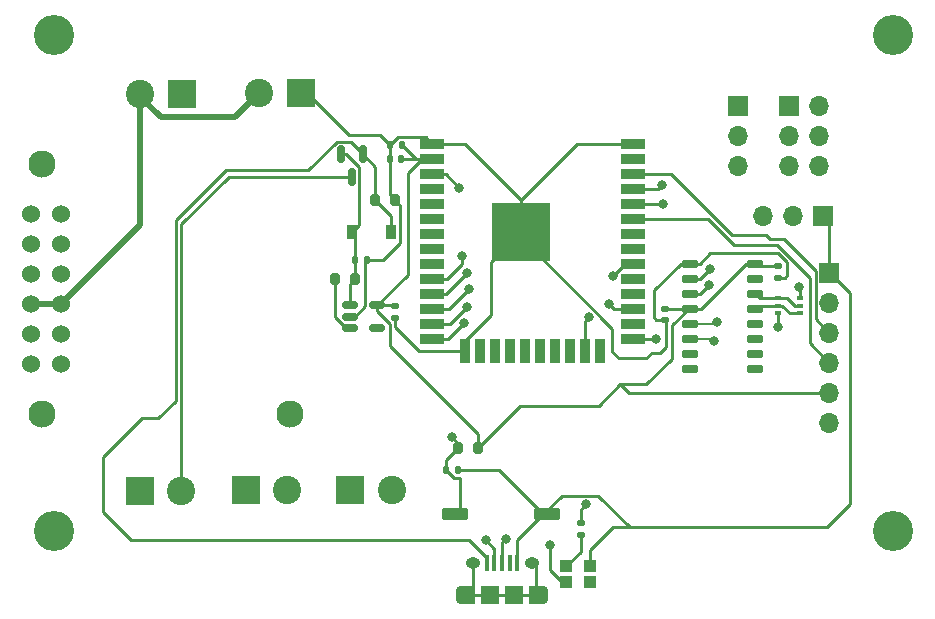
<source format=gbr>
%TF.GenerationSoftware,KiCad,Pcbnew,(6.0.0-0)*%
%TF.CreationDate,2022-09-07T16:36:08-04:00*%
%TF.ProjectId,Dome_Controller,446f6d65-5f43-46f6-9e74-726f6c6c6572,rev?*%
%TF.SameCoordinates,Original*%
%TF.FileFunction,Copper,L1,Top*%
%TF.FilePolarity,Positive*%
%FSLAX46Y46*%
G04 Gerber Fmt 4.6, Leading zero omitted, Abs format (unit mm)*
G04 Created by KiCad (PCBNEW (6.0.0-0)) date 2022-09-07 16:36:08*
%MOMM*%
%LPD*%
G01*
G04 APERTURE LIST*
G04 Aperture macros list*
%AMRoundRect*
0 Rectangle with rounded corners*
0 $1 Rounding radius*
0 $2 $3 $4 $5 $6 $7 $8 $9 X,Y pos of 4 corners*
0 Add a 4 corners polygon primitive as box body*
4,1,4,$2,$3,$4,$5,$6,$7,$8,$9,$2,$3,0*
0 Add four circle primitives for the rounded corners*
1,1,$1+$1,$2,$3*
1,1,$1+$1,$4,$5*
1,1,$1+$1,$6,$7*
1,1,$1+$1,$8,$9*
0 Add four rect primitives between the rounded corners*
20,1,$1+$1,$2,$3,$4,$5,0*
20,1,$1+$1,$4,$5,$6,$7,0*
20,1,$1+$1,$6,$7,$8,$9,0*
20,1,$1+$1,$8,$9,$2,$3,0*%
G04 Aperture macros list end*
%TA.AperFunction,SMDPad,CuDef*%
%ADD10RoundRect,0.135000X-0.185000X0.135000X-0.185000X-0.135000X0.185000X-0.135000X0.185000X0.135000X0*%
%TD*%
%TA.AperFunction,SMDPad,CuDef*%
%ADD11R,1.000000X1.000000*%
%TD*%
%TA.AperFunction,ComponentPad*%
%ADD12R,2.400000X2.400000*%
%TD*%
%TA.AperFunction,ComponentPad*%
%ADD13C,2.400000*%
%TD*%
%TA.AperFunction,SMDPad,CuDef*%
%ADD14RoundRect,0.140000X-0.170000X0.140000X-0.170000X-0.140000X0.170000X-0.140000X0.170000X0.140000X0*%
%TD*%
%TA.AperFunction,SMDPad,CuDef*%
%ADD15RoundRect,0.200000X-0.200000X-0.275000X0.200000X-0.275000X0.200000X0.275000X-0.200000X0.275000X0*%
%TD*%
%TA.AperFunction,SMDPad,CuDef*%
%ADD16R,0.400000X1.350000*%
%TD*%
%TA.AperFunction,SMDPad,CuDef*%
%ADD17R,1.500000X1.550000*%
%TD*%
%TA.AperFunction,ComponentPad*%
%ADD18O,0.890000X1.550000*%
%TD*%
%TA.AperFunction,ComponentPad*%
%ADD19O,1.250000X0.950000*%
%TD*%
%TA.AperFunction,SMDPad,CuDef*%
%ADD20R,1.200000X1.550000*%
%TD*%
%TA.AperFunction,SMDPad,CuDef*%
%ADD21R,2.000000X0.900000*%
%TD*%
%TA.AperFunction,SMDPad,CuDef*%
%ADD22R,0.900000X2.000000*%
%TD*%
%TA.AperFunction,SMDPad,CuDef*%
%ADD23R,5.000000X5.000000*%
%TD*%
%TA.AperFunction,SMDPad,CuDef*%
%ADD24RoundRect,0.140000X0.140000X0.170000X-0.140000X0.170000X-0.140000X-0.170000X0.140000X-0.170000X0*%
%TD*%
%TA.AperFunction,SMDPad,CuDef*%
%ADD25RoundRect,0.100000X1.000000X0.400000X-1.000000X0.400000X-1.000000X-0.400000X1.000000X-0.400000X0*%
%TD*%
%TA.AperFunction,SMDPad,CuDef*%
%ADD26R,0.914400X1.219200*%
%TD*%
%TA.AperFunction,WasherPad*%
%ADD27C,3.400000*%
%TD*%
%TA.AperFunction,ComponentPad*%
%ADD28R,1.700000X1.700000*%
%TD*%
%TA.AperFunction,ComponentPad*%
%ADD29O,1.700000X1.700000*%
%TD*%
%TA.AperFunction,SMDPad,CuDef*%
%ADD30RoundRect,0.150000X-0.150000X0.587500X-0.150000X-0.587500X0.150000X-0.587500X0.150000X0.587500X0*%
%TD*%
%TA.AperFunction,ComponentPad*%
%ADD31C,1.524000*%
%TD*%
%TA.AperFunction,ComponentPad*%
%ADD32C,2.300000*%
%TD*%
%TA.AperFunction,SMDPad,CuDef*%
%ADD33RoundRect,0.140000X-0.140000X-0.170000X0.140000X-0.170000X0.140000X0.170000X-0.140000X0.170000X0*%
%TD*%
%TA.AperFunction,SMDPad,CuDef*%
%ADD34R,0.500000X0.300000*%
%TD*%
%TA.AperFunction,SMDPad,CuDef*%
%ADD35RoundRect,0.049600X-0.605400X-0.260400X0.605400X-0.260400X0.605400X0.260400X-0.605400X0.260400X0*%
%TD*%
%TA.AperFunction,SMDPad,CuDef*%
%ADD36RoundRect,0.150000X-0.512500X-0.150000X0.512500X-0.150000X0.512500X0.150000X-0.512500X0.150000X0*%
%TD*%
%TA.AperFunction,SMDPad,CuDef*%
%ADD37RoundRect,0.200000X0.200000X0.275000X-0.200000X0.275000X-0.200000X-0.275000X0.200000X-0.275000X0*%
%TD*%
%TA.AperFunction,ViaPad*%
%ADD38C,0.800000*%
%TD*%
%TA.AperFunction,Conductor*%
%ADD39C,0.250000*%
%TD*%
%TA.AperFunction,Conductor*%
%ADD40C,0.254000*%
%TD*%
%TA.AperFunction,Conductor*%
%ADD41C,0.200000*%
%TD*%
%TA.AperFunction,Conductor*%
%ADD42C,0.500000*%
%TD*%
G04 APERTURE END LIST*
D10*
%TO.P,R4,1*%
%TO.N,ST_LED_D*%
X121580000Y-102330000D03*
%TO.P,R4,2*%
%TO.N,Net-(L1-Pad3)*%
X121580000Y-103350000D03*
%TD*%
D11*
%TO.P,L1,1,DO*%
%TO.N,unconnected-(L1-Pad1)*%
X122375000Y-107320000D03*
%TO.P,L1,2,VSS*%
%TO.N,GND*%
X122375000Y-106020000D03*
%TO.P,L1,3,DI*%
%TO.N,Net-(L1-Pad3)*%
X120345000Y-106020000D03*
%TO.P,L1,4,VDD*%
%TO.N,+5V*%
X120345000Y-107320000D03*
%TD*%
D12*
%TO.P,J5,1,Pin_1*%
%TO.N,GND*%
X87780000Y-66000000D03*
D13*
%TO.P,J5,2,Pin_2*%
%TO.N,+12V*%
X84280000Y-66000000D03*
%TD*%
D14*
%TO.P,C4,1*%
%TO.N,+3.3V*%
X138220000Y-80620000D03*
%TO.P,C4,2*%
%TO.N,GND*%
X138220000Y-81580000D03*
%TD*%
D12*
%TO.P,J8,1,Pin_1*%
%TO.N,GND*%
X93190000Y-99570000D03*
D13*
%TO.P,J8,2,Pin_2*%
%TO.N,+5V*%
X96690000Y-99570000D03*
%TD*%
D15*
%TO.P,R2,1*%
%TO.N,VBUS*%
X104165000Y-75030000D03*
%TO.P,R2,2*%
%TO.N,GND*%
X105815000Y-75030000D03*
%TD*%
%TO.P,R3,1*%
%TO.N,Net-(R3-Pad1)*%
X100755000Y-81700000D03*
%TO.P,R3,2*%
%TO.N,VIN*%
X102405000Y-81700000D03*
%TD*%
D16*
%TO.P,J1,1,VBUS*%
%TO.N,VBUS*%
X113600000Y-105750000D03*
%TO.P,J1,2,D-*%
%TO.N,D-*%
X114250000Y-105750000D03*
%TO.P,J1,3,D+*%
%TO.N,D+*%
X114900000Y-105750000D03*
%TO.P,J1,4,ID*%
%TO.N,unconnected-(J1-Pad4)*%
X115550000Y-105750000D03*
%TO.P,J1,5,GND*%
%TO.N,GND*%
X116200000Y-105750000D03*
D17*
%TO.P,J1,6,Shield*%
%TO.N,unconnected-(J1-Pad6)*%
X115900000Y-108450000D03*
D18*
X118400000Y-108450000D03*
D19*
X117400000Y-105750000D03*
D20*
X112000000Y-108450000D03*
D19*
X112400000Y-105750000D03*
D20*
X117800000Y-108450000D03*
D17*
X113900000Y-108450000D03*
D18*
X111400000Y-108450000D03*
%TD*%
D21*
%TO.P,U1,1,GND*%
%TO.N,GND*%
X108980000Y-70245000D03*
%TO.P,U1,2,3V3*%
%TO.N,+3.3V*%
X108980000Y-71515000D03*
%TO.P,U1,3,EN*%
%TO.N,RESET*%
X108980000Y-72785000D03*
%TO.P,U1,4,SENSOR_VP*%
%TO.N,unconnected-(U1-Pad4)*%
X108980000Y-74055000D03*
%TO.P,U1,5,SENSOR_VN*%
%TO.N,unconnected-(U1-Pad5)*%
X108980000Y-75325000D03*
%TO.P,U1,6,IO34*%
%TO.N,unconnected-(U1-Pad6)*%
X108980000Y-76595000D03*
%TO.P,U1,7,IO35*%
%TO.N,unconnected-(U1-Pad7)*%
X108980000Y-77865000D03*
%TO.P,U1,8,IO32*%
%TO.N,unconnected-(U1-Pad8)*%
X108980000Y-79135000D03*
%TO.P,U1,9,IO33*%
%TO.N,unconnected-(U1-Pad9)*%
X108980000Y-80405000D03*
%TO.P,U1,10,IO25*%
%TO.N,RX_RS*%
X108980000Y-81675000D03*
%TO.P,U1,11,IO26*%
%TO.N,TX_RS*%
X108980000Y-82945000D03*
%TO.P,U1,12,IO27*%
%TO.N,CL_D*%
X108980000Y-84215000D03*
%TO.P,U1,13,IO14*%
%TO.N,TX_FU*%
X108980000Y-85485000D03*
%TO.P,U1,14,IO12*%
%TO.N,RX_FU*%
X108980000Y-86755000D03*
D22*
%TO.P,U1,15,GND*%
%TO.N,GND*%
X111765000Y-87755000D03*
%TO.P,U1,16,IO13*%
%TO.N,unconnected-(U1-Pad16)*%
X113035000Y-87755000D03*
%TO.P,U1,17,SD2*%
%TO.N,unconnected-(U1-Pad17)*%
X114305000Y-87755000D03*
%TO.P,U1,18,SD3*%
%TO.N,unconnected-(U1-Pad18)*%
X115575000Y-87755000D03*
%TO.P,U1,19,CMD*%
%TO.N,unconnected-(U1-Pad19)*%
X116845000Y-87755000D03*
%TO.P,U1,20,CLK*%
%TO.N,unconnected-(U1-Pad20)*%
X118115000Y-87755000D03*
%TO.P,U1,21,SD0*%
%TO.N,unconnected-(U1-Pad21)*%
X119385000Y-87755000D03*
%TO.P,U1,22,SD1*%
%TO.N,unconnected-(U1-Pad22)*%
X120655000Y-87755000D03*
%TO.P,U1,23,IO15*%
%TO.N,RX_HP*%
X121925000Y-87755000D03*
%TO.P,U1,24,IO2*%
%TO.N,unconnected-(U1-Pad24)*%
X123195000Y-87755000D03*
D21*
%TO.P,U1,25,IO0*%
%TO.N,GPIO0*%
X125980000Y-86755000D03*
%TO.P,U1,26,IO4*%
%TO.N,unconnected-(U1-Pad26)*%
X125980000Y-85485000D03*
%TO.P,U1,27,IO16*%
%TO.N,TX_HP*%
X125980000Y-84215000D03*
%TO.P,U1,28,IO17*%
%TO.N,unconnected-(U1-Pad28)*%
X125980000Y-82945000D03*
%TO.P,U1,29,IO5*%
%TO.N,unconnected-(U1-Pad29)*%
X125980000Y-81675000D03*
%TO.P,U1,30,IO18*%
%TO.N,ST_LED_D*%
X125980000Y-80405000D03*
%TO.P,U1,31,IO19*%
%TO.N,unconnected-(U1-Pad31)*%
X125980000Y-79135000D03*
%TO.P,U1,32,NC*%
%TO.N,unconnected-(U1-Pad32)*%
X125980000Y-77865000D03*
%TO.P,U1,33,IO21*%
%TO.N,SDA*%
X125980000Y-76595000D03*
%TO.P,U1,34,RXD0*%
%TO.N,TXD0*%
X125980000Y-75325000D03*
%TO.P,U1,35,TXD0*%
%TO.N,RXD0*%
X125980000Y-74055000D03*
%TO.P,U1,36,IO22*%
%TO.N,SCL*%
X125980000Y-72785000D03*
%TO.P,U1,37,IO23*%
%TO.N,unconnected-(U1-Pad37)*%
X125980000Y-71515000D03*
%TO.P,U1,38,GND*%
%TO.N,GND*%
X125980000Y-70245000D03*
D23*
%TO.P,U1,39,GND*%
X116480000Y-77745000D03*
%TD*%
D24*
%TO.P,C3,1*%
%TO.N,+3.3V*%
X106350000Y-71550000D03*
%TO.P,C3,2*%
%TO.N,GND*%
X105390000Y-71550000D03*
%TD*%
%TO.P,C5,1*%
%TO.N,GND*%
X103440000Y-80110000D03*
%TO.P,C5,2*%
%TO.N,VIN*%
X102480000Y-80110000D03*
%TD*%
D12*
%TO.P,J9,1,Pin_1*%
%TO.N,GND*%
X102060000Y-99570000D03*
D13*
%TO.P,J9,2,Pin_2*%
%TO.N,+5V*%
X105560000Y-99570000D03*
%TD*%
D24*
%TO.P,C2,1*%
%TO.N,+3.3V*%
X106390000Y-70320000D03*
%TO.P,C2,2*%
%TO.N,GND*%
X105430000Y-70320000D03*
%TD*%
D25*
%TO.P,SW1,1,1*%
%TO.N,GND*%
X118705000Y-101600000D03*
%TO.P,SW1,2,2*%
%TO.N,RESET*%
X110905000Y-101600000D03*
%TD*%
D14*
%TO.P,C7,1*%
%TO.N,+3.3V*%
X105870000Y-83990000D03*
%TO.P,C7,2*%
%TO.N,GND*%
X105870000Y-84950000D03*
%TD*%
D26*
%TO.P,CR1,A,A*%
%TO.N,VBUS*%
X105476800Y-77738500D03*
%TO.P,CR1,C,C*%
%TO.N,VIN*%
X102200200Y-77738500D03*
%TD*%
D27*
%TO.P,REF\u002A\u002A,*%
%TO.N,*%
X77000000Y-61000000D03*
%TD*%
D28*
%TO.P,J3,1,Pin_1*%
%TO.N,GND*%
X139210000Y-67040000D03*
D29*
%TO.P,J3,2,Pin_2*%
X141750000Y-67040000D03*
%TO.P,J3,3,Pin_3*%
%TO.N,RX_RS*%
X139210000Y-69580000D03*
%TO.P,J3,4,Pin_4*%
%TO.N,RX_HP*%
X141750000Y-69580000D03*
%TO.P,J3,5,Pin_5*%
%TO.N,TX_RS*%
X139210000Y-72120000D03*
%TO.P,J3,6,Pin_6*%
%TO.N,TX_HP*%
X141750000Y-72120000D03*
%TD*%
D30*
%TO.P,U2,1,1*%
%TO.N,VBUS*%
X103130000Y-71142500D03*
%TO.P,U2,2,2*%
%TO.N,VIN*%
X101230000Y-71142500D03*
%TO.P,U2,3,3*%
%TO.N,+5V*%
X102180000Y-73017500D03*
%TD*%
D27*
%TO.P,REF\u002A\u002A,*%
%TO.N,*%
X77000000Y-103000000D03*
%TD*%
D28*
%TO.P,J2,1,Pin_1*%
%TO.N,GND*%
X142610000Y-81150000D03*
D29*
%TO.P,J2,2,Pin_2*%
%TO.N,unconnected-(J2-Pad2)*%
X142610000Y-83690000D03*
%TO.P,J2,3,Pin_3*%
%TO.N,SCL*%
X142610000Y-86230000D03*
%TO.P,J2,4,Pin_4*%
%TO.N,SDA*%
X142610000Y-88770000D03*
%TO.P,J2,5,Pin_5*%
%TO.N,+3.3V*%
X142610000Y-91310000D03*
%TO.P,J2,6,Pin_6*%
%TO.N,+5V*%
X142610000Y-93850000D03*
%TD*%
D14*
%TO.P,C6,1*%
%TO.N,+3.3V*%
X128680000Y-84190000D03*
%TO.P,C6,2*%
%TO.N,GND*%
X128680000Y-85150000D03*
%TD*%
D27*
%TO.P,REF\u002A\u002A,*%
%TO.N,*%
X148000000Y-103000000D03*
%TD*%
D28*
%TO.P,J4,1,Pin_1*%
%TO.N,GND*%
X142050000Y-76320000D03*
D29*
%TO.P,J4,2,Pin_2*%
%TO.N,+5V*%
X139510000Y-76320000D03*
%TO.P,J4,3,Pin_3*%
%TO.N,CL_D*%
X136970000Y-76320000D03*
%TD*%
D27*
%TO.P,REF\u002A\u002A,*%
%TO.N,*%
X148000000Y-61000000D03*
%TD*%
D28*
%TO.P,J10,1,Pin_1*%
%TO.N,GND*%
X134870000Y-67020000D03*
D29*
%TO.P,J10,2,Pin_2*%
%TO.N,RX_FU*%
X134870000Y-69560000D03*
%TO.P,J10,3,Pin_3*%
%TO.N,TX_FU*%
X134870000Y-72100000D03*
%TD*%
D12*
%TO.P,J7,1,Pin_1*%
%TO.N,GND*%
X84230000Y-99650000D03*
D13*
%TO.P,J7,2,Pin_2*%
%TO.N,+5V*%
X87730000Y-99650000D03*
%TD*%
D31*
%TO.P,U6,1,VOUT*%
%TO.N,+5V*%
X75035000Y-76185000D03*
%TO.P,U6,2,GND*%
%TO.N,GND*%
X75035000Y-78725000D03*
%TO.P,U6,3,GND*%
X75035000Y-81265000D03*
%TO.P,U6,4,VIN*%
%TO.N,+12V*%
X75035000Y-83805000D03*
%TO.P,U6,5,VRP*%
%TO.N,unconnected-(U6-Pad5)*%
X75035000Y-86345000D03*
%TO.P,U6,6,EN*%
%TO.N,unconnected-(U6-Pad6)*%
X75035000Y-88885000D03*
%TO.P,U6,7,PG*%
%TO.N,unconnected-(U6-Pad7)*%
X77575000Y-88885000D03*
%TO.P,U6,8,VRP*%
%TO.N,unconnected-(U6-Pad8)*%
X77575000Y-86345000D03*
%TO.P,U6,9,VIN*%
%TO.N,+12V*%
X77575000Y-83805000D03*
%TO.P,U6,10,GND*%
%TO.N,GND*%
X77575000Y-81265000D03*
%TO.P,U6,11,GND*%
X77575000Y-78725000D03*
%TO.P,U6,12,VOUT*%
%TO.N,+5V*%
X77575000Y-76185000D03*
D32*
%TO.P,U6,13*%
%TO.N,N/C*%
X75965000Y-71935000D03*
%TO.P,U6,14*%
X75965000Y-93135000D03*
%TO.P,U6,15*%
X96965000Y-93135000D03*
%TD*%
D33*
%TO.P,C1,1*%
%TO.N,RESET*%
X110180000Y-97890000D03*
%TO.P,C1,2*%
%TO.N,GND*%
X111140000Y-97890000D03*
%TD*%
D34*
%TO.P,U5,1*%
%TO.N,RTS*%
X138230000Y-83295800D03*
%TO.P,U5,2*%
%TO.N,DTR*%
X138230000Y-83945800D03*
%TO.P,U5,3*%
%TO.N,GPIO0*%
X138230000Y-84595800D03*
%TO.P,U5,4*%
%TO.N,DTR*%
X140080000Y-84595800D03*
%TO.P,U5,5*%
%TO.N,RTS*%
X140080000Y-83945800D03*
%TO.P,U5,6*%
%TO.N,RESET*%
X140080000Y-83295800D03*
%TD*%
D35*
%TO.P,U4,1,GND*%
%TO.N,GND*%
X130845000Y-80395000D03*
%TO.P,U4,2,TXD*%
%TO.N,RXD0*%
X130845000Y-81665000D03*
%TO.P,U4,3,RXD*%
%TO.N,TXD0*%
X130845000Y-82935000D03*
%TO.P,U4,4,V3*%
%TO.N,+3.3V*%
X130845000Y-84205000D03*
%TO.P,U4,5,UD+*%
%TO.N,D+*%
X130845000Y-85475000D03*
%TO.P,U4,6,UD-*%
%TO.N,D-*%
X130845000Y-86745000D03*
%TO.P,U4,7,NC.*%
%TO.N,unconnected-(U4-Pad7)*%
X130845000Y-88015000D03*
%TO.P,U4,8,~{OUT}*%
%TO.N,unconnected-(U4-Pad8)*%
X130845000Y-89285000D03*
%TO.P,U4,9,~{CTS}*%
%TO.N,unconnected-(U4-Pad9)*%
X136345000Y-89285000D03*
%TO.P,U4,10,~{DSR}*%
%TO.N,unconnected-(U4-Pad10)*%
X136345000Y-88015000D03*
%TO.P,U4,11,~{RI}*%
%TO.N,unconnected-(U4-Pad11)*%
X136345000Y-86745000D03*
%TO.P,U4,12,~{DCD}*%
%TO.N,unconnected-(U4-Pad12)*%
X136345000Y-85475000D03*
%TO.P,U4,13,~{DTR}*%
%TO.N,DTR*%
X136345000Y-84205000D03*
%TO.P,U4,14,~{RTS}*%
%TO.N,RTS*%
X136345000Y-82935000D03*
%TO.P,U4,15,R232*%
%TO.N,unconnected-(U4-Pad15)*%
X136345000Y-81665000D03*
%TO.P,U4,16,VCC*%
%TO.N,+3.3V*%
X136345000Y-80395000D03*
%TD*%
D12*
%TO.P,J6,1,Pin_1*%
%TO.N,GND*%
X97850000Y-65930000D03*
D13*
%TO.P,J6,2,Pin_2*%
%TO.N,+12V*%
X94350000Y-65930000D03*
%TD*%
D36*
%TO.P,U3,1,VIN*%
%TO.N,VIN*%
X102032500Y-83920000D03*
%TO.P,U3,2,VSS*%
%TO.N,GND*%
X102032500Y-84870000D03*
%TO.P,U3,3,CE*%
%TO.N,Net-(R3-Pad1)*%
X102032500Y-85820000D03*
%TO.P,U3,4,NC*%
%TO.N,unconnected-(U3-Pad4)*%
X104307500Y-85820000D03*
%TO.P,U3,5,VOUT*%
%TO.N,+3.3V*%
X104307500Y-83920000D03*
%TD*%
D37*
%TO.P,R1,1*%
%TO.N,+3.3V*%
X112855000Y-96010000D03*
%TO.P,R1,2*%
%TO.N,RESET*%
X111205000Y-96010000D03*
%TD*%
D38*
%TO.N,RX_FU*%
X111650000Y-85410000D03*
%TO.N,D-*%
X132870000Y-86910000D03*
X113545000Y-103815000D03*
%TO.N,D+*%
X133110000Y-85340000D03*
X115200000Y-103660000D03*
%TO.N,+5V*%
X118995000Y-104205000D03*
%TO.N,RX_RS*%
X111490000Y-79760000D03*
%TO.N,RX_HP*%
X122220000Y-84920000D03*
%TO.N,TX_RS*%
X111890000Y-81220000D03*
%TO.N,TX_HP*%
X123940000Y-83780000D03*
%TO.N,CL_D*%
X112090000Y-82520000D03*
%TO.N,ST_LED_D*%
X124270000Y-81410000D03*
X122020000Y-100770000D03*
%TO.N,TX_FU*%
X111960000Y-84020000D03*
%TO.N,GPIO0*%
X127970000Y-86730000D03*
X138230000Y-85740000D03*
%TO.N,TXD0*%
X128480000Y-75350000D03*
X132412337Y-82183784D03*
%TO.N,RXD0*%
X132480000Y-80810000D03*
X128400000Y-73720000D03*
%TO.N,RESET*%
X110635000Y-95045000D03*
X111280000Y-73950000D03*
X140055000Y-82385000D03*
%TD*%
D39*
%TO.N,ST_LED_D*%
X121580000Y-102330000D02*
X121580000Y-101210000D01*
X121580000Y-101210000D02*
X122020000Y-100770000D01*
D40*
%TO.N,Net-(L1-Pad3)*%
X121570000Y-104795000D02*
X121570000Y-103360000D01*
X121570000Y-103360000D02*
X121580000Y-103350000D01*
%TO.N,RX_FU*%
X108980000Y-86755000D02*
X110305000Y-86755000D01*
X110305000Y-86755000D02*
X111650000Y-85410000D01*
D39*
%TO.N,GND*%
X128220000Y-87920000D02*
X128250000Y-87950000D01*
D40*
X138270000Y-79520000D02*
X139020000Y-80270000D01*
X108418480Y-69683480D02*
X108980000Y-70245000D01*
D39*
X116480000Y-77745000D02*
X113940000Y-80285000D01*
X116480000Y-77745000D02*
X116480000Y-78155386D01*
X104821122Y-80110000D02*
X106260000Y-78671122D01*
D40*
X105430000Y-70310000D02*
X106056520Y-69683480D01*
D39*
X116480000Y-74995000D02*
X111730000Y-70245000D01*
D40*
X130005000Y-80395000D02*
X130845000Y-80395000D01*
D39*
X105815000Y-75030000D02*
X105390000Y-74605000D01*
X116480000Y-77745000D02*
X116480000Y-74995000D01*
X102032500Y-84870000D02*
X102416072Y-84870000D01*
X103440000Y-80110000D02*
X104821122Y-80110000D01*
D40*
X111140000Y-97890000D02*
X114665000Y-97890000D01*
X125700000Y-102700000D02*
X124286000Y-102700000D01*
X114665000Y-97890000D02*
X118375000Y-101600000D01*
X118375000Y-101600000D02*
X116200000Y-103775000D01*
D39*
X124230000Y-87830000D02*
X124790000Y-88390000D01*
X127110000Y-88390000D02*
X127580000Y-87920000D01*
D40*
X122375000Y-104611000D02*
X122375000Y-106020000D01*
D39*
X121230000Y-70245000D02*
X125980000Y-70245000D01*
X116480000Y-74995000D02*
X121230000Y-70245000D01*
X128250000Y-87950000D02*
X128750000Y-87450000D01*
X127580000Y-87920000D02*
X128220000Y-87920000D01*
D40*
X142660000Y-81150000D02*
X144350000Y-82840000D01*
X142370000Y-102700000D02*
X125700000Y-102700000D01*
D39*
X113940000Y-84750978D02*
X111765000Y-86925978D01*
D40*
X142610000Y-81150000D02*
X142610000Y-76880000D01*
D39*
X105870000Y-85744022D02*
X107880978Y-87755000D01*
X124230000Y-85905386D02*
X124230000Y-87830000D01*
X124790000Y-88390000D02*
X127110000Y-88390000D01*
X113940000Y-80285000D02*
X113940000Y-84750978D01*
X103320480Y-80229520D02*
X103440000Y-80110000D01*
X111730000Y-70245000D02*
X108980000Y-70245000D01*
X105870000Y-84950000D02*
X105870000Y-85744022D01*
X107880978Y-87755000D02*
X111765000Y-87755000D01*
D40*
X130845000Y-80395000D02*
X131655000Y-80395000D01*
X118375000Y-101600000D02*
X119931511Y-100043489D01*
X128680000Y-85150000D02*
X127970000Y-85150000D01*
X123043489Y-100043489D02*
X125700000Y-102700000D01*
X106056520Y-69683480D02*
X108418480Y-69683480D01*
X127760000Y-84940000D02*
X127760000Y-82640000D01*
X132530000Y-79520000D02*
X138270000Y-79520000D01*
X138830000Y-81580000D02*
X138220000Y-81580000D01*
X144350000Y-100720000D02*
X142370000Y-102700000D01*
D39*
X128750000Y-87450000D02*
X128750000Y-85450000D01*
D40*
X139020000Y-80270000D02*
X139020000Y-81390000D01*
X97820000Y-65360000D02*
X101930000Y-69470000D01*
D39*
X103320480Y-83965592D02*
X103320480Y-80229520D01*
D40*
X119931511Y-100043489D02*
X123043489Y-100043489D01*
D39*
X116480000Y-78155386D02*
X124230000Y-85905386D01*
D40*
X105430000Y-70320000D02*
X105430000Y-70310000D01*
D39*
X105390000Y-74605000D02*
X105390000Y-71550000D01*
D40*
X127970000Y-85150000D02*
X127760000Y-84940000D01*
X105430000Y-70320000D02*
X105430000Y-71510000D01*
X104580000Y-69470000D02*
X105430000Y-70320000D01*
X127760000Y-82640000D02*
X130005000Y-80395000D01*
X116200000Y-103775000D02*
X116200000Y-105750000D01*
X131655000Y-80395000D02*
X132530000Y-79520000D01*
X144350000Y-82840000D02*
X144350000Y-100720000D01*
D39*
X111765000Y-86925978D02*
X111765000Y-87755000D01*
X106260000Y-78671122D02*
X106260000Y-75475000D01*
D40*
X142610000Y-81150000D02*
X142660000Y-81150000D01*
X142610000Y-76880000D02*
X142050000Y-76320000D01*
X101930000Y-69470000D02*
X104580000Y-69470000D01*
D39*
X106260000Y-75475000D02*
X105815000Y-75030000D01*
D40*
X139020000Y-81390000D02*
X138830000Y-81580000D01*
X105430000Y-71510000D02*
X105390000Y-71550000D01*
X124286000Y-102700000D02*
X122375000Y-104611000D01*
D39*
X102416072Y-84870000D02*
X103320480Y-83965592D01*
%TO.N,+3.3V*%
X116425000Y-92440000D02*
X123070000Y-92440000D01*
X105420480Y-85467410D02*
X105420480Y-87340480D01*
X106920000Y-72745978D02*
X106920000Y-81307500D01*
X106920000Y-81307500D02*
X104307500Y-83920000D01*
X131735000Y-84205000D02*
X135545000Y-80395000D01*
X108150978Y-71515000D02*
X106920000Y-72745978D01*
X104307500Y-83920000D02*
X104307500Y-84354430D01*
D40*
X128680000Y-84190000D02*
X130830000Y-84190000D01*
D39*
X130685089Y-84205000D02*
X130845000Y-84205000D01*
X108980000Y-71515000D02*
X106385000Y-71515000D01*
X108980000Y-71515000D02*
X108150978Y-71515000D01*
X105420480Y-87340480D02*
X112855000Y-94775000D01*
D40*
X130830000Y-84190000D02*
X130845000Y-84205000D01*
D39*
X135545000Y-80395000D02*
X136345000Y-80395000D01*
X104307500Y-84354430D02*
X105420480Y-85467410D01*
X124900000Y-90610000D02*
X127110000Y-90610000D01*
X107585000Y-71515000D02*
X106390000Y-70320000D01*
X129300000Y-85590089D02*
X130685089Y-84205000D01*
X104307500Y-83920000D02*
X105800000Y-83920000D01*
X125600000Y-91310000D02*
X142610000Y-91310000D01*
X129300000Y-88420000D02*
X129300000Y-85590089D01*
D40*
X138220000Y-80620000D02*
X136570000Y-80620000D01*
D39*
X123070000Y-92440000D02*
X124900000Y-90610000D01*
D40*
X136570000Y-80620000D02*
X136345000Y-80395000D01*
D39*
X108980000Y-71515000D02*
X107585000Y-71515000D01*
X124900000Y-90610000D02*
X125600000Y-91310000D01*
X105800000Y-83920000D02*
X105870000Y-83990000D01*
X112855000Y-96010000D02*
X116425000Y-92440000D01*
X127110000Y-90610000D02*
X129300000Y-88420000D01*
X106385000Y-71515000D02*
X106350000Y-71550000D01*
X112855000Y-94775000D02*
X112855000Y-96010000D01*
X130845000Y-84205000D02*
X131735000Y-84205000D01*
%TO.N,VIN*%
X101230000Y-71142500D02*
X101721428Y-71142500D01*
X102405000Y-80185000D02*
X102480000Y-80110000D01*
X102804520Y-72225592D02*
X102804520Y-77134180D01*
X101721428Y-71142500D02*
X102804520Y-72225592D01*
X102480000Y-78018300D02*
X102200200Y-77738500D01*
X102804520Y-77134180D02*
X102200200Y-77738500D01*
X102032500Y-82072500D02*
X102405000Y-81700000D01*
X102405000Y-81700000D02*
X102405000Y-80185000D01*
X102480000Y-80110000D02*
X102480000Y-78018300D01*
X102032500Y-83920000D02*
X102032500Y-82072500D01*
D40*
%TO.N,VBUS*%
X98491099Y-72470000D02*
X100882619Y-70078480D01*
D39*
X104165000Y-72177500D02*
X104165000Y-75030000D01*
D40*
X87276480Y-91993520D02*
X87276480Y-76733520D01*
X84410000Y-93480000D02*
X85790000Y-93480000D01*
X112105000Y-103780000D02*
X83440000Y-103780000D01*
X85790000Y-93480000D02*
X87276480Y-91993520D01*
D39*
X104165000Y-75030000D02*
X105476800Y-76341800D01*
D40*
X87276480Y-76733520D02*
X91540000Y-72470000D01*
X113600000Y-105750000D02*
X113600000Y-105275000D01*
X81090000Y-96800000D02*
X84410000Y-93480000D01*
X81090000Y-101430000D02*
X81090000Y-96800000D01*
X91540000Y-72470000D02*
X98491099Y-72470000D01*
D39*
X102067980Y-70080480D02*
X103130000Y-71142500D01*
D40*
X113600000Y-105275000D02*
X112105000Y-103780000D01*
D39*
X103130000Y-71142500D02*
X104165000Y-72177500D01*
X100883448Y-70080480D02*
X102067980Y-70080480D01*
X105476800Y-76341800D02*
X105476800Y-77738500D01*
D40*
X83440000Y-103780000D02*
X81090000Y-101430000D01*
%TO.N,D-*%
X114250000Y-105750000D02*
X114250000Y-104520000D01*
D41*
X132705000Y-86745000D02*
X132870000Y-86910000D01*
D40*
X114250000Y-104520000D02*
X113545000Y-103815000D01*
D41*
X130845000Y-86745000D02*
X132705000Y-86745000D01*
%TO.N,D+*%
X130845000Y-85475000D02*
X132975000Y-85475000D01*
D40*
X114900000Y-103960000D02*
X115200000Y-103660000D01*
X114900000Y-105750000D02*
X114900000Y-103960000D01*
D41*
X132975000Y-85475000D02*
X133110000Y-85340000D01*
D40*
%TO.N,unconnected-(J1-Pad6)*%
X113900000Y-108450000D02*
X115900000Y-108450000D01*
X112400000Y-108050000D02*
X112000000Y-108450000D01*
X117800000Y-108450000D02*
X117800000Y-106150000D01*
X115900000Y-108450000D02*
X117800000Y-108450000D01*
X117800000Y-106150000D02*
X117400000Y-105750000D01*
X112400000Y-105750000D02*
X112400000Y-108050000D01*
X112000000Y-108450000D02*
X113900000Y-108450000D01*
%TO.N,SCL*%
X141433489Y-85053489D02*
X142610000Y-86230000D01*
X129185000Y-72785000D02*
X134350000Y-77950000D01*
X138780000Y-78320000D02*
X141433489Y-80973489D01*
X125980000Y-72785000D02*
X129185000Y-72785000D01*
X137220000Y-77950000D02*
X137590000Y-78320000D01*
X141433489Y-80973489D02*
X141433489Y-85053489D01*
X137590000Y-78320000D02*
X138780000Y-78320000D01*
X134350000Y-77950000D02*
X137220000Y-77950000D01*
%TO.N,SDA*%
X138183520Y-78773520D02*
X140979969Y-81569969D01*
X140979969Y-81569969D02*
X140979969Y-87139969D01*
X132353626Y-76595000D02*
X134532146Y-78773520D01*
X140979969Y-87139969D02*
X142610000Y-88770000D01*
X134532146Y-78773520D02*
X138183520Y-78773520D01*
X125980000Y-76595000D02*
X132353626Y-76595000D01*
D39*
%TO.N,+5V*%
X118995000Y-106319022D02*
X118995000Y-104205000D01*
X120345000Y-107320000D02*
X119995978Y-107320000D01*
D40*
X87730000Y-77030000D02*
X87730000Y-99650000D01*
X91742500Y-73017500D02*
X87730000Y-77030000D01*
D39*
X119995978Y-107320000D02*
X118995000Y-106319022D01*
D40*
X102180000Y-73017500D02*
X91742500Y-73017500D01*
%TO.N,RX_RS*%
X108980000Y-81675000D02*
X110234000Y-81675000D01*
X110234000Y-81675000D02*
X111490000Y-80419000D01*
X111490000Y-80419000D02*
X111490000Y-79760000D01*
%TO.N,RX_HP*%
X121925000Y-85215000D02*
X122220000Y-84920000D01*
X121925000Y-87755000D02*
X121925000Y-85215000D01*
%TO.N,TX_RS*%
X108980000Y-82945000D02*
X110165000Y-82945000D01*
X110165000Y-82945000D02*
X111890000Y-81220000D01*
%TO.N,TX_HP*%
X125980000Y-84215000D02*
X124375000Y-84215000D01*
X124375000Y-84215000D02*
X123940000Y-83780000D01*
%TO.N,CL_D*%
X110395000Y-84215000D02*
X112090000Y-82520000D01*
X108980000Y-84215000D02*
X110395000Y-84215000D01*
D39*
%TO.N,Net-(R3-Pad1)*%
X100755000Y-84926072D02*
X100755000Y-81700000D01*
X102032500Y-85820000D02*
X101648928Y-85820000D01*
X101648928Y-85820000D02*
X100755000Y-84926072D01*
D40*
%TO.N,Net-(L1-Pad3)*%
X121570000Y-104795000D02*
X120345000Y-106020000D01*
%TO.N,ST_LED_D*%
X125275000Y-80405000D02*
X124270000Y-81410000D01*
X125980000Y-80405000D02*
X125275000Y-80405000D01*
%TO.N,TX_FU*%
X108980000Y-85485000D02*
X110495000Y-85485000D01*
X110495000Y-85485000D02*
X111960000Y-84020000D01*
%TO.N,GPIO0*%
X127845000Y-86755000D02*
X127970000Y-86730000D01*
X125980000Y-86755000D02*
X127845000Y-86755000D01*
X127970000Y-86730000D02*
X127860000Y-86740000D01*
X138230000Y-84595800D02*
X138230000Y-85740000D01*
%TO.N,TXD0*%
X131635000Y-82935000D02*
X132412337Y-82183784D01*
X125980000Y-75325000D02*
X128455000Y-75325000D01*
X130845000Y-82935000D02*
X131635000Y-82935000D01*
X128455000Y-75325000D02*
X128480000Y-75350000D01*
%TO.N,RXD0*%
X131625000Y-81665000D02*
X132480000Y-80810000D01*
X125980000Y-74055000D02*
X128065000Y-74055000D01*
X128065000Y-74055000D02*
X128400000Y-73720000D01*
X130845000Y-81665000D02*
X131625000Y-81665000D01*
%TO.N,DTR*%
X136604200Y-83945800D02*
X138230000Y-83945800D01*
X139283022Y-84595800D02*
X138633022Y-83945800D01*
X140080000Y-84595800D02*
X139283022Y-84595800D01*
X138633022Y-83945800D02*
X138230000Y-83945800D01*
X136345000Y-84205000D02*
X136604200Y-83945800D01*
%TO.N,RTS*%
X140080000Y-83945800D02*
X139685800Y-83945800D01*
X139685800Y-83945800D02*
X139035800Y-83295800D01*
X138230000Y-83295800D02*
X136705800Y-83295800D01*
X139035800Y-83295800D02*
X138230000Y-83295800D01*
X136705800Y-83295800D02*
X136345000Y-82935000D01*
%TO.N,RESET*%
X108980000Y-72785000D02*
X110115000Y-72785000D01*
X140080000Y-83295800D02*
X140080000Y-82410000D01*
X110115000Y-72785000D02*
X111280000Y-73950000D01*
X111350000Y-101155000D02*
X111350000Y-98526520D01*
X110180000Y-97899758D02*
X110180000Y-97035000D01*
X111205000Y-95615000D02*
X110635000Y-95045000D01*
X110180000Y-97035000D02*
X111205000Y-96010000D01*
X110806762Y-98526520D02*
X110180000Y-97899758D01*
X111205000Y-96010000D02*
X111205000Y-95615000D01*
X111350000Y-98526520D02*
X110806762Y-98526520D01*
D42*
%TO.N,+12V*%
X77575000Y-83805000D02*
X75035000Y-83805000D01*
X84250000Y-77130000D02*
X84250000Y-65150000D01*
X84250000Y-65150000D02*
X84250000Y-65410000D01*
X86030000Y-68010000D02*
X92270000Y-68010000D01*
X92270000Y-68010000D02*
X94350000Y-65930000D01*
X77575000Y-83805000D02*
X84250000Y-77130000D01*
X84280000Y-66260000D02*
X86030000Y-68010000D01*
%TD*%
M02*

</source>
